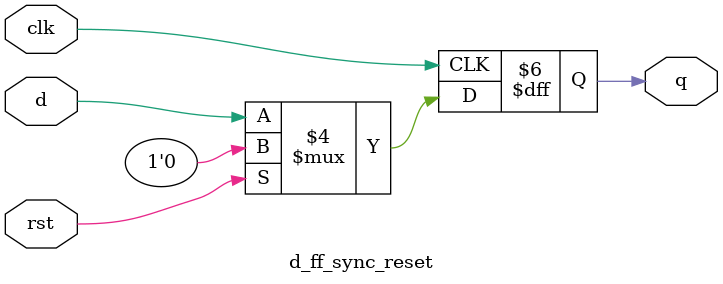
<source format=v>
`timescale 1ns / 1ps
module d_ff_sync_reset(
    input d, clk, rst,
    output reg q
);

 always @ (posedge(clk))
    begin
        if (rst == 1)
            q <= 1'b0;	// Q is reset to 0
        else
            q <= d;
    end
  endmodule    

</source>
